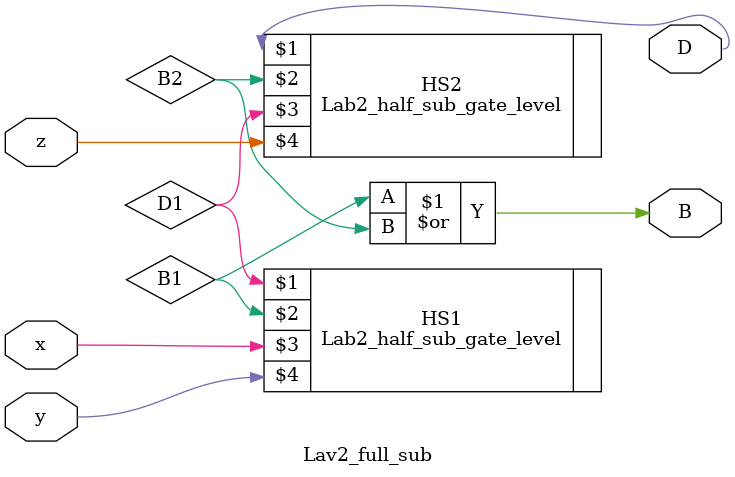
<source format=v>
module Lav2_full_sub(
	output D,B, 
	input x,y,z
);
	 
	wire B1,D1,B2;

	Lab2_half_sub_gate_level HS1(D1,B1,x,y);
	Lab2_half_sub_gate_level HS2(D,B2,D1,z);
	
	or G1(B,B1,B2);

endmodule 
</source>
